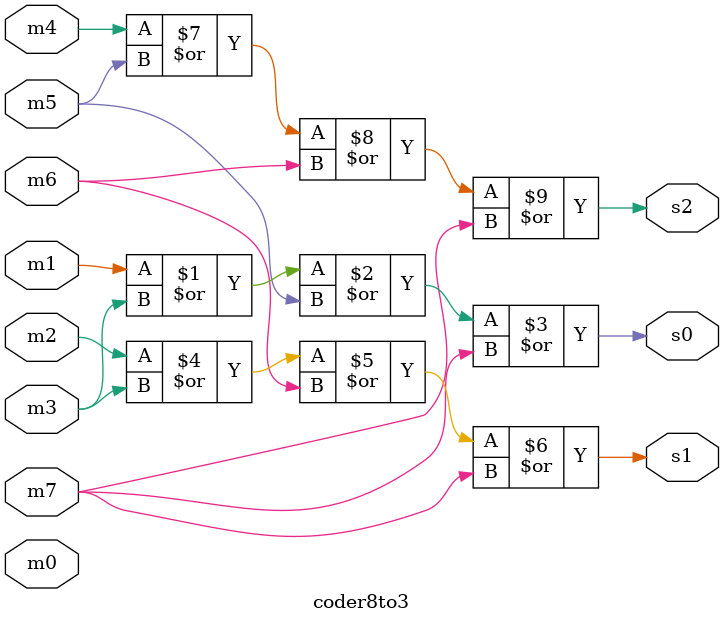
<source format=v>
module coder8to3(
  input m0,m1,m2,m3,m4,m5,m6,m7,
  output s2, s1, s0
);
assign s0 = m1 | m3 | m5 | m7;
assign s1 = m2 | m3 | m6 | m7;
assign s2 = m4 | m5 | m6 | m7;

endmodule

</source>
